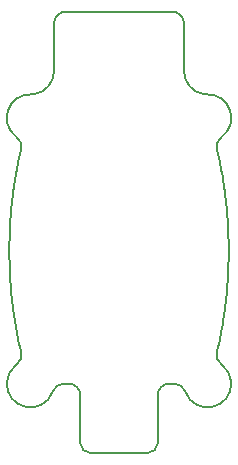
<source format=gbp>
G04*
G04 #@! TF.GenerationSoftware,Altium Limited,Altium Designer,21.5.1 (32)*
G04*
G04 Layer_Color=128*
%FSAX25Y25*%
%MOIN*%
G70*
G04*
G04 #@! TF.SameCoordinates,4E6474E7-3770-4CE9-8705-8CFC98EF6C10*
G04*
G04*
G04 #@! TF.FilePolarity,Positive*
G04*
G01*
G75*
%ADD12C,0.00787*%
D12*
X-0017715Y0079726D02*
G03*
X-0021654Y0075787I0000000J-0003938D01*
G01*
X-0034152Y-0037918D02*
G03*
X-0037374Y-0043632I0004625J-0006373D01*
G01*
X0016811Y-0044291D02*
G03*
X0012874Y-0048228I0000000J-0003937D01*
G01*
X0021654Y0075787D02*
G03*
X0017715Y0079726I-0003938J0000000D01*
G01*
X0034152Y0037918D02*
G03*
X0032640Y0033797I0002312J-0003187D01*
G01*
X-0034152Y-0037918D02*
G03*
X-0032640Y-0033797I-0002312J0003187D01*
G01*
X0009729Y-0067323D02*
G03*
X0012874Y-0064177I0000000J0003145D01*
G01*
X0032640Y-0033797D02*
G03*
X0034152Y-0037918I0003824J-0000935D01*
G01*
X-0012874Y-0064177D02*
G03*
X-0009729Y-0067323I0003145J0000000D01*
G01*
X-0032640Y0033797D02*
G03*
X-0034152Y0037918I-0003824J0000935D01*
G01*
X0037367Y-0043558D02*
G03*
X0034152Y-0037918I-0007840J-0000734D01*
G01*
X-0029035Y0052150D02*
G03*
X-0034152Y0037918I-0000493J-0007859D01*
G01*
X-0012874Y-0048228D02*
G03*
X-0016811Y-0044291I-0003937J0000000D01*
G01*
X0021654Y0059953D02*
G03*
X0028362Y0052165I0007874J0000000D01*
G01*
X-0029035Y0052150D02*
G03*
X-0028362Y0052165I0000246J0003929D01*
G01*
X0022104Y-0046916D02*
G03*
X0037367Y-0043560I0007423J0002625D01*
G01*
X-0018392Y-0044291D02*
G03*
X-0022104Y-0046916I0000000J-0003937D01*
G01*
X0028362Y0052165D02*
G03*
X0029035Y0052150I0000426J0003914D01*
G01*
X0022104Y-0046916D02*
G03*
X0018392Y-0044291I-0003712J-0001312D01*
G01*
X-0037374Y-0043633D02*
G03*
X-0022104Y-0046916I0007846J-0000658D01*
G01*
X0034152Y0037918D02*
G03*
X0029035Y0052150I-0004625J0006373D01*
G01*
X-0028362Y0052165D02*
G03*
X-0021654Y0059953I-0001165J0007787D01*
G01*
Y0075787D01*
X0033507Y0029989D02*
X0033641Y0029344D01*
X-0033507Y0029989D02*
X-0033370Y0030630D01*
X0034269Y0026086D02*
X0034386Y0025428D01*
X-0034269Y0026086D02*
X-0034150Y0026743D01*
X0034924Y0022102D02*
X0035023Y0021431D01*
X0035118Y0020759D01*
X-0034924Y0022102D02*
X-0034823Y0022772D01*
X-0035840Y0014628D02*
X-0035773Y0015315D01*
X0036227Y0009787D02*
X0036270Y0009091D01*
X-0036182Y0010482D02*
X-0036133Y0011175D01*
X0036437Y0005603D02*
X0036461Y0004904D01*
X-0036410Y0006302D02*
X-0036380Y0007000D01*
X0036532Y0001402D02*
X0036537Y0000701D01*
X-0036524Y0002103D02*
X-0036513Y0002804D01*
X0036499Y-0003504D02*
X0036513Y-0002804D01*
X0036132Y-0011175D02*
X0036182Y-0010482D01*
X-0036228Y-0009787D02*
X-0036182Y-0010482D01*
X0035772Y-0015315D02*
X0035840Y-0014628D01*
X-0035905Y-0013940D02*
X-0035840Y-0014628D01*
X0035300Y-0019407D02*
X0035387Y-0018729D01*
X-0035470Y-0018049D02*
X-0035387Y-0018729D01*
X0034610Y-0024104D02*
X0034718Y-0023439D01*
X0033229Y-0031269D02*
X0033370Y-0030630D01*
X-0033641Y-0029344D02*
X-0033507Y-0029989D01*
X-0032792Y-0033169D02*
X-0032640Y-0033797D01*
X0016811Y-0044291D02*
X0018392D01*
X0032792Y0033169D02*
X0032940Y0032539D01*
X0033641Y0029344D02*
X0033773Y0028698D01*
X-0033370Y0030630D02*
X-0033230Y0031269D01*
X0034386Y0025428D02*
X0034500Y0024767D01*
X-0034150Y0026743D02*
X-0034027Y0027397D01*
X-0034823Y0022772D02*
X-0034718Y0023439D01*
X0035550Y0017368D02*
X0035627Y0016685D01*
X-0035387Y0018729D02*
X-0035301Y0019407D01*
X0035967Y0013250D02*
X0036025Y0012560D01*
X0036270Y0009091D02*
X0036310Y0008395D01*
X-0036380Y0007000D02*
X-0036346Y0007698D01*
X0036461Y0004904D02*
X0036481Y0004204D01*
X-0036513Y0002804D02*
X-0036499Y0003504D01*
X-0036537Y-0000701D02*
X-0036532Y-0001402D01*
X0036346Y-0007698D02*
X0036380Y-0007000D01*
X-0036461Y-0004904D02*
X-0036437Y-0005603D01*
X0036080Y-0011868D02*
X0036132Y-0011175D01*
X0035701Y-0016001D02*
X0035772Y-0015315D01*
X-0035967Y-0013250D02*
X-0035905Y-0013940D01*
X0035211Y-0020084D02*
X0035300Y-0019407D01*
X-0035550Y-0017368D02*
X-0035470Y-0018049D01*
X-0035023Y-0021431D02*
X-0034924Y-0022102D01*
X0033901Y-0028048D02*
X0034027Y-0027397D01*
X-0034386Y-0025428D02*
X-0034269Y-0026086D01*
X0033086Y-0031905D02*
X0033229Y-0031269D01*
X-0032941Y-0032539D02*
X-0032792Y-0033169D01*
X0012874Y-0064177D02*
Y-0048228D01*
X-0017715Y0079724D02*
X0017715D01*
X0032940Y0032539D02*
X0033086Y0031905D01*
X0033773Y0028698D02*
X0033901Y0028048D01*
X-0034718Y0023439D02*
X-0034610Y0024104D01*
X0035118Y0020759D02*
X0035211Y0020084D01*
X-0035301Y0019407D02*
X-0035211Y0020084D01*
X0035627Y0016685D02*
X0035701Y0016001D01*
X-0035773Y0015315D02*
X-0035702Y0016001D01*
X0036025Y0012560D02*
X0036080Y0011868D01*
X-0036133Y0011175D02*
X-0036081Y0011868D01*
X0036310Y0008395D02*
X0036346Y0007698D01*
X-0036499Y0003504D02*
X-0036481Y0004204D01*
X0036537Y0000701D02*
X0036538Y0000000D01*
X-0036538D02*
X-0036537Y-0000701D01*
X0036481Y-0004204D02*
X0036499Y-0003504D01*
X-0036481Y-0004204D02*
X-0036461Y-0004904D01*
X0036310Y-0008395D02*
X0036346Y-0007698D01*
X-0036270Y-0009091D02*
X-0036228Y-0009787D01*
X0036025Y-0012560D02*
X0036080Y-0011868D01*
X-0035628Y-0016685D02*
X-0035550Y-0017368D01*
X-0035119Y-0020759D02*
X-0035023Y-0021431D01*
X0034500Y-0024767D02*
X0034610Y-0024104D01*
X-0034500Y-0024767D02*
X-0034386Y-0025428D01*
X0033773Y-0028698D02*
X0033901Y-0028048D01*
X-0033773Y-0028698D02*
X-0033641Y-0029344D01*
X0032940Y-0032539D02*
X0033086Y-0031905D01*
X0021654Y0059953D02*
Y0075787D01*
X-0033230Y0031269D02*
X-0033086Y0031905D01*
X-0034027Y0027397D02*
X-0033902Y0028048D01*
X0034500Y0024767D02*
X0034610Y0024104D01*
X0035211Y0020084D02*
X0035300Y0019407D01*
X-0035211Y0020084D02*
X-0035119Y0020759D01*
X0035701Y0016001D02*
X0035772Y0015315D01*
X-0035702Y0016001D02*
X-0035628Y0016685D01*
X-0036081Y0011868D02*
X-0036025Y0012560D01*
X-0036346Y0007698D02*
X-0036310Y0008395D01*
X0036481Y0004204D02*
X0036499Y0003504D01*
X0036537Y-0000701D02*
X0036538Y0000000D01*
X0036461Y-0004904D02*
X0036481Y-0004204D01*
X-0036499Y-0003504D02*
X-0036481Y-0004204D01*
X0036270Y-0009091D02*
X0036310Y-0008395D01*
X-0036310D02*
X-0036270Y-0009091D01*
X-0036025Y-0012560D02*
X-0035967Y-0013250D01*
X0035627Y-0016685D02*
X0035701Y-0016001D01*
X0035118Y-0020759D02*
X0035211Y-0020084D01*
X0034386Y-0025428D02*
X0034500Y-0024767D01*
X-0034610Y-0024104D02*
X-0034500Y-0024767D01*
X0033641Y-0029344D02*
X0033773Y-0028698D01*
X-0033902Y-0028048D02*
X-0033773Y-0028698D01*
X-0033086Y-0031905D02*
X-0032941Y-0032539D01*
X-0009729Y-0067323D02*
X0009729D01*
X0033086Y0031905D02*
X0033229Y0031269D01*
X-0033086Y0031905D02*
X-0032941Y0032539D01*
X0033901Y0028048D02*
X0034027Y0027397D01*
X-0033902Y0028048D02*
X-0033773Y0028698D01*
X0034610Y0024104D02*
X0034718Y0023439D01*
X-0034610Y0024104D02*
X-0034500Y0024767D01*
X0035300Y0019407D02*
X0035387Y0018729D01*
X0036080Y0011868D02*
X0036132Y0011175D01*
X-0036025Y0012560D02*
X-0035967Y0013250D01*
X0036346Y0007698D02*
X0036380Y0007000D01*
X-0036310Y0008395D02*
X-0036270Y0009091D01*
X0036499Y0003504D02*
X0036513Y0002804D01*
X-0036481Y0004204D02*
X-0036461Y0004904D01*
X0036532Y-0001402D02*
X0036537Y-0000701D01*
X-0036538Y0000000D02*
X-0036537Y0000701D01*
X-0036346Y-0007698D02*
X-0036310Y-0008395D01*
X0035967Y-0013250D02*
X0036025Y-0012560D01*
X-0036081Y-0011868D02*
X-0036025Y-0012560D01*
X0035550Y-0017368D02*
X0035627Y-0016685D01*
X-0035702Y-0016001D02*
X-0035628Y-0016685D01*
X0035023Y-0021431D02*
X0035118Y-0020759D01*
X-0035211Y-0020084D02*
X-0035119Y-0020759D01*
X-0034027Y-0027397D02*
X-0033902Y-0028048D01*
X0032792Y-0033169D02*
X0032940Y-0032539D01*
X-0033230Y-0031269D02*
X-0033086Y-0031905D01*
X-0012874Y-0064177D02*
Y-0048228D01*
X0033229Y0031269D02*
X0033370Y0030630D01*
X0034027Y0027397D02*
X0034150Y0026743D01*
X-0033773Y0028698D02*
X-0033641Y0029344D01*
X0034718Y0023439D02*
X0034823Y0022772D01*
X-0034500Y0024767D02*
X-0034386Y0025428D01*
X-0035119Y0020759D02*
X-0035023Y0021431D01*
X0035772Y0015315D02*
X0035840Y0014628D01*
X-0035628Y0016685D02*
X-0035550Y0017368D01*
X0036132Y0011175D02*
X0036182Y0010482D01*
X-0036270Y0009091D02*
X-0036228Y0009787D01*
X0036380Y0007000D02*
X0036410Y0006302D01*
X-0036461Y0004904D02*
X-0036437Y0005603D01*
X0036513Y0002804D02*
X0036524Y0002103D01*
X-0036537Y0000701D02*
X-0036532Y0001402D01*
X0036437Y-0005603D02*
X0036461Y-0004904D01*
X-0036513Y-0002804D02*
X-0036499Y-0003504D01*
X0036227Y-0009787D02*
X0036270Y-0009091D01*
X0035905Y-0013940D02*
X0035967Y-0013250D01*
X-0036133Y-0011175D02*
X-0036081Y-0011868D01*
X0035470Y-0018049D02*
X0035550Y-0017368D01*
X-0035773Y-0015315D02*
X-0035702Y-0016001D01*
X-0035301Y-0019407D02*
X-0035211Y-0020084D01*
X0034269Y-0026086D02*
X0034386Y-0025428D01*
X-0034718Y-0023439D02*
X-0034610Y-0024104D01*
X0033507Y-0029989D02*
X0033641Y-0029344D01*
X0032640Y-0033797D02*
X0032792Y-0033169D01*
X-0018392Y-0044291D02*
X-0016811D01*
X-0032941Y0032539D02*
X-0032792Y0033169D01*
X0033370Y0030630D02*
X0033507Y0029989D01*
X-0034386Y0025428D02*
X-0034269Y0026086D01*
X-0035023Y0021431D02*
X-0034924Y0022102D01*
X0035387Y0018729D02*
X0035470Y0018049D01*
X-0035550Y0017368D02*
X-0035470Y0018049D01*
X0035840Y0014628D02*
X0035905Y0013940D01*
X-0035967Y0013250D02*
X-0035905Y0013940D01*
X0036182Y0010482D02*
X0036227Y0009787D01*
X-0036532Y0001402D02*
X-0036524Y0002103D01*
X0036524Y-0002103D02*
X0036532Y-0001402D01*
X-0036524Y-0002103D02*
X-0036513Y-0002804D01*
X0036410Y-0006302D02*
X0036437Y-0005603D01*
X-0036410Y-0006302D02*
X-0036380Y-0007000D01*
X-0036346Y-0007698D01*
X0036182Y-0010482D02*
X0036227Y-0009787D01*
X0035840Y-0014628D02*
X0035905Y-0013940D01*
X-0035387Y-0018729D02*
X-0035301Y-0019407D01*
X0034924Y-0022102D02*
X0035023Y-0021431D01*
X-0034823Y-0022772D02*
X-0034718Y-0023439D01*
X0034150Y-0026743D02*
X0034269Y-0026086D01*
X-0034150Y-0026743D02*
X-0034027Y-0027397D01*
X0033370Y-0030630D02*
X0033507Y-0029989D01*
X-0033370Y-0030630D02*
X-0033230Y-0031269D01*
X0037367Y-0043560D02*
Y-0043558D01*
X0032640Y0033797D02*
X0032792Y0033169D01*
X-0032792D02*
X-0032640Y0033797D01*
X-0033641Y0029344D02*
X-0033507Y0029989D01*
X0034150Y0026743D02*
X0034269Y0026086D01*
X0034823Y0022772D02*
X0034924Y0022102D01*
X0035470Y0018049D02*
X0035550Y0017368D01*
X-0035470Y0018049D02*
X-0035387Y0018729D01*
X0035905Y0013940D02*
X0035967Y0013250D01*
X-0035905Y0013940D02*
X-0035840Y0014628D01*
X-0036228Y0009787D02*
X-0036182Y0010482D01*
X0036410Y0006302D02*
X0036437Y0005603D01*
X-0036437D02*
X-0036410Y0006302D01*
X0036524Y0002103D02*
X0036532Y0001402D01*
X0036513Y-0002804D02*
X0036524Y-0002103D01*
X-0036532Y-0001402D02*
X-0036524Y-0002103D01*
X0036380Y-0007000D02*
X0036410Y-0006302D01*
X-0036437Y-0005603D02*
X-0036410Y-0006302D01*
X-0036182Y-0010482D02*
X-0036133Y-0011175D01*
X-0035840Y-0014628D02*
X-0035773Y-0015315D01*
X0035387Y-0018729D02*
X0035470Y-0018049D01*
X0034823Y-0022772D02*
X0034924Y-0022102D01*
X0034718Y-0023439D02*
X0034823Y-0022772D01*
X-0034924Y-0022102D02*
X-0034823Y-0022772D01*
X0034027Y-0027397D02*
X0034150Y-0026743D01*
X-0034269Y-0026086D02*
X-0034150Y-0026743D01*
X-0033507Y-0029989D02*
X-0033370Y-0030630D01*
X-0037374Y-0043633D02*
Y-0043632D01*
M02*

</source>
